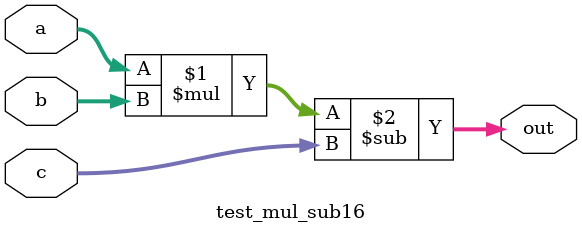
<source format=v>
module test_mul_sub16(input [15:0] a, input [15:0] b, input [15:0] c, output [15:0] out);
  assign out = (a*b)-c;
endmodule
</source>
